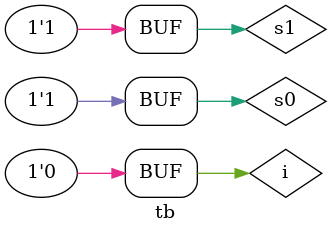
<source format=sv>
module tb;
  reg s,i,s0,s1;
  wire y0,y1,y2,y3;
  
  demux_1x4 demux_1x4_inst(.y0(y0),.y1(y1),.y2(y2),.y3(y3),.s1(s1),.s0(s0),.i(i));
  initial
    begin
      $monitor("t=%0t, i=%b, s1=%b, s0=%b, y0=%b, y1=%b, y2=%b, y3=%b", $time, i,s1,s0,y0,y1,y2,y3);
      
      #5 i=1; s1=0; s0=0; 
      #5 i=0; s1=0; s0=1;
      #5 i=1; s1=1; s0=0;
      #5 i=0; s1=1; s0=1;
    end 
  
  initial 
    begin 
      $dumpfile("dump.vcd");
      $dumpvars(1);
    end
    endmodule
  
  
</source>
